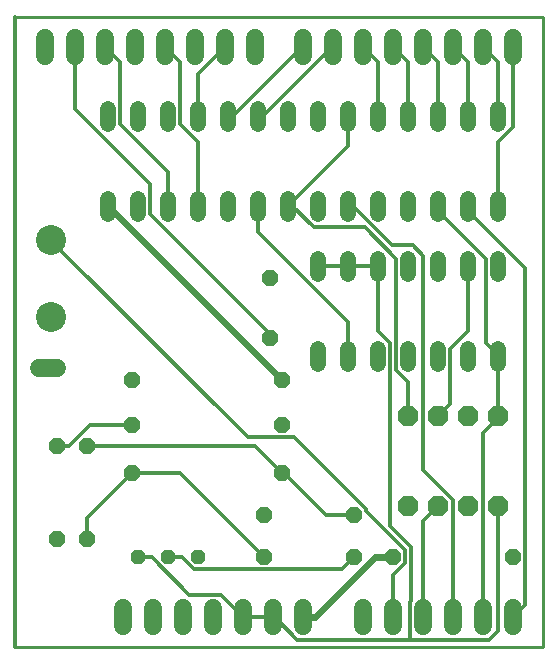
<source format=gtl>
G75*
%MOIN*%
%OFA0B0*%
%FSLAX25Y25*%
%IPPOS*%
%LPD*%
%AMOC8*
5,1,8,0,0,1.08239X$1,22.5*
%
%ADD10C,0.01000*%
%ADD11C,0.01200*%
%ADD12C,0.06000*%
%ADD13C,0.05200*%
%ADD14OC8,0.05200*%
%ADD15C,0.10000*%
%ADD16OC8,0.04756*%
%ADD17OC8,0.06800*%
%ADD18C,0.01400*%
%ADD19C,0.02400*%
D10*
X0078676Y0063307D02*
X0254676Y0063307D01*
X0254676Y0273307D01*
X0078676Y0273307D01*
D11*
X0078676Y0063307D01*
X0102676Y0099307D02*
X0102676Y0106307D01*
X0117676Y0121307D01*
X0133676Y0121307D01*
X0161676Y0093307D01*
X0147176Y0080807D02*
X0154676Y0073307D01*
X0154699Y0073307D01*
X0164699Y0073307D01*
X0165176Y0073307D01*
X0172676Y0065807D01*
X0210176Y0065807D01*
X0210176Y0078307D01*
X0210676Y0078807D01*
X0210676Y0096807D01*
X0203676Y0103807D01*
X0203676Y0164807D01*
X0199676Y0168807D01*
X0199676Y0190307D01*
X0189676Y0190307D01*
X0179676Y0190307D01*
X0178176Y0203307D02*
X0170676Y0210807D01*
X0169676Y0210307D01*
X0189676Y0230307D01*
X0189676Y0240307D01*
X0199676Y0240307D02*
X0199676Y0258307D01*
X0194676Y0263307D01*
X0204676Y0263307D02*
X0209676Y0258307D01*
X0209676Y0240307D01*
X0219676Y0240307D02*
X0219676Y0258307D01*
X0214676Y0263307D01*
X0224676Y0263307D02*
X0229676Y0258307D01*
X0229676Y0240307D01*
X0239676Y0240307D02*
X0239676Y0258307D01*
X0234676Y0263307D01*
X0244676Y0263307D02*
X0244676Y0236807D01*
X0239676Y0231807D01*
X0239676Y0210307D01*
X0229676Y0210307D02*
X0229676Y0208807D01*
X0248676Y0189807D01*
X0248676Y0077307D01*
X0244676Y0073307D01*
X0239676Y0068807D02*
X0236676Y0065807D01*
X0210176Y0065807D01*
X0214676Y0073307D02*
X0214676Y0105307D01*
X0219676Y0110307D01*
X0224676Y0112307D02*
X0224676Y0073307D01*
X0234676Y0073307D02*
X0234676Y0134807D01*
X0239676Y0139807D01*
X0239676Y0140307D01*
X0239676Y0160307D01*
X0239676Y0160807D01*
X0235676Y0164807D01*
X0235676Y0192807D01*
X0219676Y0208807D01*
X0219676Y0210307D01*
X0211176Y0197307D02*
X0204176Y0197307D01*
X0191176Y0210307D01*
X0189676Y0210307D01*
X0195176Y0203307D02*
X0178176Y0203307D01*
X0195176Y0203307D02*
X0205676Y0192807D01*
X0205676Y0155807D01*
X0209676Y0151807D01*
X0209676Y0140307D01*
X0219676Y0140307D02*
X0223676Y0144307D01*
X0223676Y0162807D01*
X0229676Y0168807D01*
X0229676Y0190307D01*
X0214676Y0193807D02*
X0214676Y0122307D01*
X0224676Y0112307D01*
X0239676Y0110307D02*
X0239676Y0068807D01*
X0208676Y0091307D02*
X0208676Y0095807D01*
X0195676Y0108807D01*
X0195676Y0109307D01*
X0171676Y0133307D01*
X0156176Y0133307D01*
X0090676Y0198807D01*
X0090676Y0199102D01*
X0123676Y0207807D02*
X0123676Y0217807D01*
X0098676Y0242807D01*
X0098676Y0263307D01*
X0108676Y0263307D02*
X0113676Y0258307D01*
X0113676Y0237807D01*
X0129676Y0221807D01*
X0129676Y0210307D01*
X0123676Y0207807D02*
X0163676Y0167807D01*
X0163676Y0166307D01*
X0189676Y0171807D02*
X0189676Y0160307D01*
X0189676Y0171807D02*
X0159676Y0201807D01*
X0159676Y0210307D01*
X0139676Y0210307D02*
X0139676Y0231807D01*
X0133676Y0237807D01*
X0133676Y0258307D01*
X0128676Y0263307D01*
X0139676Y0254307D02*
X0148676Y0263307D01*
X0139676Y0254307D02*
X0139676Y0240307D01*
X0149676Y0240307D02*
X0151176Y0240307D01*
X0174176Y0263307D01*
X0174676Y0263307D01*
X0184176Y0263307D02*
X0184676Y0263307D01*
X0184176Y0263307D02*
X0161176Y0240307D01*
X0159676Y0240307D01*
X0211176Y0197307D02*
X0214676Y0193807D01*
X0117676Y0137307D02*
X0103676Y0137307D01*
X0096676Y0130307D01*
X0092676Y0130307D01*
X0119676Y0093307D02*
X0124176Y0093307D01*
X0136676Y0080807D01*
X0147176Y0080807D01*
X0138176Y0089307D02*
X0187676Y0089307D01*
X0191676Y0093307D01*
X0204676Y0087307D02*
X0208676Y0091307D01*
X0204676Y0087307D02*
X0204676Y0073307D01*
X0138176Y0089307D02*
X0134176Y0093307D01*
X0129676Y0093307D01*
D12*
X0124699Y0076307D02*
X0124699Y0070307D01*
X0114699Y0070307D02*
X0114699Y0076307D01*
X0134699Y0076307D02*
X0134699Y0070307D01*
X0144699Y0070307D02*
X0144699Y0076307D01*
X0154699Y0076307D02*
X0154699Y0070307D01*
X0164699Y0070307D02*
X0164699Y0076307D01*
X0174699Y0076307D02*
X0174699Y0070307D01*
X0194676Y0070307D02*
X0194676Y0076307D01*
X0204676Y0076307D02*
X0204676Y0070307D01*
X0214676Y0070307D02*
X0214676Y0076307D01*
X0224676Y0076307D02*
X0224676Y0070307D01*
X0234676Y0070307D02*
X0234676Y0076307D01*
X0244676Y0076307D02*
X0244676Y0070307D01*
X0092676Y0156307D02*
X0086676Y0156307D01*
X0088676Y0260307D02*
X0088676Y0266307D01*
X0098676Y0266307D02*
X0098676Y0260307D01*
X0108676Y0260307D02*
X0108676Y0266307D01*
X0118676Y0266307D02*
X0118676Y0260307D01*
X0128676Y0260307D02*
X0128676Y0266307D01*
X0138676Y0266307D02*
X0138676Y0260307D01*
X0148676Y0260307D02*
X0148676Y0266307D01*
X0158676Y0266307D02*
X0158676Y0260307D01*
X0174676Y0260307D02*
X0174676Y0266307D01*
X0184676Y0266307D02*
X0184676Y0260307D01*
X0194676Y0260307D02*
X0194676Y0266307D01*
X0204676Y0266307D02*
X0204676Y0260307D01*
X0214676Y0260307D02*
X0214676Y0266307D01*
X0224676Y0266307D02*
X0224676Y0260307D01*
X0234676Y0260307D02*
X0234676Y0266307D01*
X0244676Y0266307D02*
X0244676Y0260307D01*
D13*
X0239676Y0242907D02*
X0239676Y0237707D01*
X0229676Y0237707D02*
X0229676Y0242907D01*
X0219676Y0242907D02*
X0219676Y0237707D01*
X0209676Y0237707D02*
X0209676Y0242907D01*
X0199676Y0242907D02*
X0199676Y0237707D01*
X0189676Y0237707D02*
X0189676Y0242907D01*
X0179676Y0242907D02*
X0179676Y0237707D01*
X0169676Y0237707D02*
X0169676Y0242907D01*
X0159676Y0242907D02*
X0159676Y0237707D01*
X0149676Y0237707D02*
X0149676Y0242907D01*
X0139676Y0242907D02*
X0139676Y0237707D01*
X0129676Y0237707D02*
X0129676Y0242907D01*
X0119676Y0242907D02*
X0119676Y0237707D01*
X0109676Y0237707D02*
X0109676Y0242907D01*
X0109676Y0212907D02*
X0109676Y0207707D01*
X0119676Y0207707D02*
X0119676Y0212907D01*
X0129676Y0212907D02*
X0129676Y0207707D01*
X0139676Y0207707D02*
X0139676Y0212907D01*
X0149676Y0212907D02*
X0149676Y0207707D01*
X0159676Y0207707D02*
X0159676Y0212907D01*
X0169676Y0212907D02*
X0169676Y0207707D01*
X0179676Y0207707D02*
X0179676Y0212907D01*
X0189676Y0212907D02*
X0189676Y0207707D01*
X0199676Y0207707D02*
X0199676Y0212907D01*
X0209676Y0212907D02*
X0209676Y0207707D01*
X0219676Y0207707D02*
X0219676Y0212907D01*
X0229676Y0212907D02*
X0229676Y0207707D01*
X0239676Y0207707D02*
X0239676Y0212907D01*
X0239676Y0192907D02*
X0239676Y0187707D01*
X0229676Y0187707D02*
X0229676Y0192907D01*
X0219676Y0192907D02*
X0219676Y0187707D01*
X0209676Y0187707D02*
X0209676Y0192907D01*
X0199676Y0192907D02*
X0199676Y0187707D01*
X0189676Y0187707D02*
X0189676Y0192907D01*
X0179676Y0192907D02*
X0179676Y0187707D01*
X0179676Y0162907D02*
X0179676Y0157707D01*
X0189676Y0157707D02*
X0189676Y0162907D01*
X0199676Y0162907D02*
X0199676Y0157707D01*
X0209676Y0157707D02*
X0209676Y0162907D01*
X0219676Y0162907D02*
X0219676Y0157707D01*
X0229676Y0157707D02*
X0229676Y0162907D01*
X0239676Y0162907D02*
X0239676Y0157707D01*
D14*
X0191676Y0107307D03*
X0191676Y0093307D03*
X0204676Y0093307D03*
X0167676Y0121307D03*
X0161676Y0107307D03*
X0161676Y0093307D03*
X0117676Y0121307D03*
X0117676Y0137307D03*
X0117676Y0152307D03*
X0102676Y0130307D03*
X0092676Y0130307D03*
X0092676Y0099307D03*
X0102676Y0099307D03*
X0167676Y0137307D03*
X0167676Y0152307D03*
X0163676Y0166307D03*
X0163676Y0186307D03*
X0244676Y0093307D03*
D15*
X0090676Y0173512D03*
X0090676Y0199102D03*
D16*
X0119676Y0093307D03*
X0129676Y0093307D03*
X0139676Y0093307D03*
D17*
X0209676Y0110307D03*
X0219676Y0110307D03*
X0229676Y0110307D03*
X0239676Y0110307D03*
X0239676Y0140307D03*
X0229676Y0140307D03*
X0219676Y0140307D03*
X0209676Y0140307D03*
D18*
X0191676Y0107307D02*
X0182176Y0107307D01*
X0168176Y0121307D01*
X0167676Y0121307D01*
X0158676Y0130307D01*
X0102676Y0130307D01*
D19*
X0167676Y0152307D02*
X0109676Y0210307D01*
X0198676Y0093307D02*
X0178676Y0073307D01*
X0174699Y0073307D01*
X0198676Y0093307D02*
X0204676Y0093307D01*
M02*

</source>
